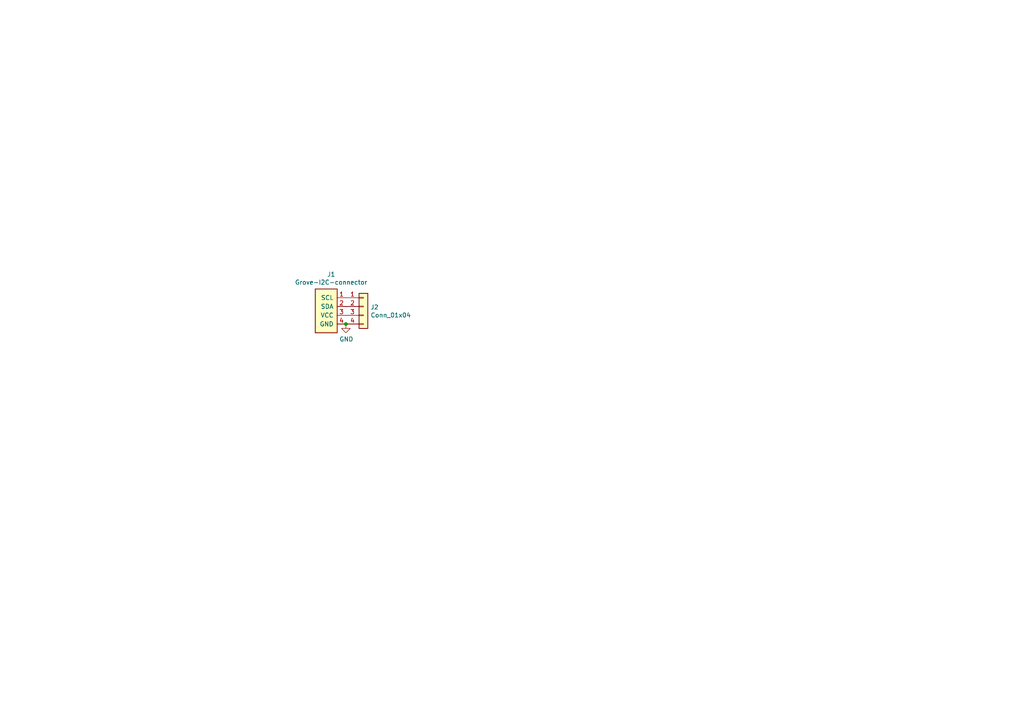
<source format=kicad_sch>
(kicad_sch (version 20230121) (generator eeschema)
  (paper "A4")
  (lib_symbols
    (symbol "Connector_Generic:Conn_01x04" (pin_names (offset 1.016) hide)
      (property "Reference" "J" (at 0 5.08 0))
      (property "Value" "Conn_01x04" (at 0 -7.62 0))
      (symbol "Conn_01x04_1_1"
        (rectangle (start -1.27 -4.953) (end 0 -5.207) (stroke (width 0.1524)))
        (rectangle (start -1.27 -2.413) (end 0 -2.667) (stroke (width 0.1524)))
        (rectangle (start -1.27 0.127) (end 0 -0.127) (stroke (width 0.1524)))
        (rectangle (start -1.27 2.667) (end 0 2.413) (stroke (width 0.1524)))
        (rectangle (start -1.27 3.81) (end 1.27 -6.35) (stroke (width 0.254)) (fill (type background)))
        (pin passive line (at -5.08 2.54 0) (length 3.81) (name "Pin_1") (number "1"))
        (pin passive line (at -5.08 0 0) (length 3.81) (name "Pin_2") (number "2"))
        (pin passive line (at -5.08 -2.54 0) (length 3.81) (name "Pin_3") (number "3"))
        (pin passive line (at -5.08 -5.08 0) (length 3.81) (name "Pin_4") (number "4"))
      )
    )
    (symbol "my-kicad-symbols:Grove-I2C-connector" (pin_names (offset 1.016))
      (property "Reference" "J" (at 1.27 -7.62 0))
      (property "Value" "Grove-I2C-connector" (at 1.27 7.62 0))
      (symbol "Grove-I2C-connector_0_1"
        (rectangle (start -2.54 6.35) (end 3.81 -6.35) (stroke (width 0.254)) (fill (type background)))
      )
      (symbol "Grove-I2C-connector_1_1"
        (pin input line (at 6.35 3.81 180) (length 2.54) (name "SCL") (number "1"))
        (pin input line (at 6.35 1.27 180) (length 2.54) (name "SDA") (number "2"))
        (pin power_in line (at 6.35 -1.27 180) (length 2.54) (name "VCC") (number "3"))
        (pin power_in line (at 6.35 -3.81 180) (length 2.54) (name "GND") (number "4"))
      )
    )
    (symbol "power:GND" (power) (pin_names (offset 0))
      (property "Value" "GND" (at 0 -3.81 0))
      (symbol "GND_0_1"
        (polyline (pts (xy 0 0) (xy 0 -1.27) (xy 1.27 -1.27) (xy 0 -2.54) (xy -1.27 -1.27) (xy 0 -1.27)))
      )
      (symbol "GND_1_1"
        (pin power_in line (at 0 0 270) (length 0) hide (name "GND") (number "1"))
      )
    )
  )
  (junction (at 100.33 93.98))
  (symbol (lib_id "my-kicad-symbols:Grove-I2C-connector") (at 93.98 90.17 0) (unit 1)
    (property "Reference" "J1" (at 96.0628 79.5782 0))
    (property "Value" "Grove-I2C-connector" (at 96.0628 81.8896 0))
    (property "Footprint" "my-kicad-footprints:NS-Tech_Grove_1x04_P2mm_Vertical_silk_inside" (effects hide))
  )
  (symbol (lib_id "Connector_Generic:Conn_01x04") (at 105.41 88.9 0) (unit 1)
    (property "Reference" "J2" (at 107.442 89.1032 0) (effects (justify left)))
    (property "Value" "Conn_01x04" (at 107.442 91.4146 0) (effects (justify left)))
    (property "Footprint" "my-kicad-footprints:PinHeader_1x04_P2.54mm_Vertical_silk_inside" (effects hide))
  )
  (symbol (lib_id "power:GND") (at 100.33 93.98 0) (unit 1)
    (property "Reference" "#PWR0101" (effects hide))
    (property "Value" "GND" (at 100.457 98.3742 0))
  )
)
</source>
